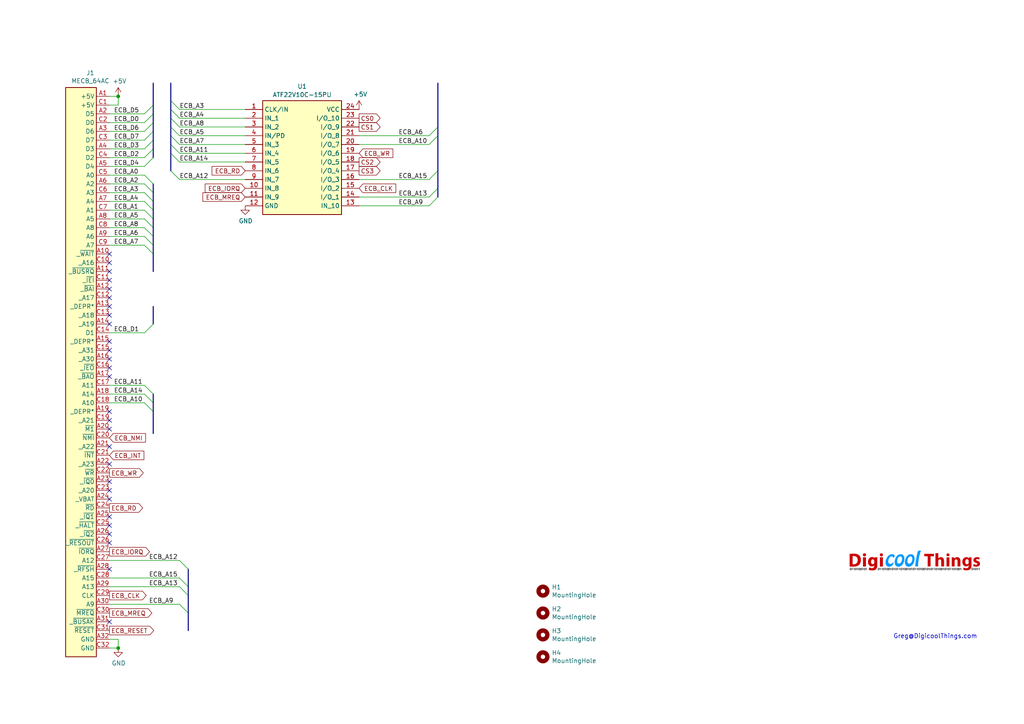
<source format=kicad_sch>
(kicad_sch (version 20250114) (generator "eeschema") (generator_version "9.0")
  (paper "A4")
  (title_block (title "Minimalist Europe Card Bus (MECB) Board Template") (date "2025-05") (rev "1.0") (company "DigicoolThings.com") (comment 1 "For Minimalist Europe Card Bus (MECB). ") (comment 2 "U1 PLD positioning provides for ZIF socket space, with Narrow DIP24 ZIF friendly footprint.") (comment 3 "Includes a standardised 4 chip-select output ATF22V10 PLD Address Decoder. ") (comment 4 "Schematic & standardised PCB outline Templates for creating MECB boards."))
  (lib_symbols
    (symbol "Mechanical:MountingHole" (pin_names (offset 1.016))
      (property "Reference" "H" (at 0 5.08 0))
      (property "Value" "MountingHole" (at 0 3.175 0))
      (symbol "MountingHole_0_1"
        (circle (center 0 0) (radius 1.27) (stroke (width 1.27)))
      )
    )
    (symbol "MyCustomSymbolLibrary:MECB_64AC"
      (property "Reference" "J" (at 0 85.09 0))
      (property "Value" "MECB_64AC" (at 6.35 1.27 90))
      (symbol "MECB_64AC_0_1"
        (rectangle (start -3.81 -81.28) (end 5.08 83.82) (stroke (width 0.254)) (fill (type background)))
      )
      (symbol "MECB_64AC_1_1"
        (pin power_out line (at -7.62 81.28 0) (length 3.81) (name "+5V") (number "A1"))
        (pin power_out line (at -7.62 78.74 0) (length 3.81) (name "+5V") (number "C1"))
        (pin bidirectional line (at -7.62 76.2 0) (length 3.81) (name "D5") (number "A2"))
        (pin bidirectional line (at -7.62 73.66 0) (length 3.81) (name "D0") (number "C2"))
        (pin bidirectional line (at -7.62 71.12 0) (length 3.81) (name "D6") (number "A3"))
        (pin bidirectional line (at -7.62 68.58 0) (length 3.81) (name "D7") (number "C3"))
        (pin bidirectional line (at -7.62 66.04 0) (length 3.81) (name "D3") (number "A4"))
        (pin bidirectional line (at -7.62 63.5 0) (length 3.81) (name "D2") (number "C4"))
        (pin bidirectional line (at -7.62 60.96 0) (length 3.81) (name "D4") (number "A5"))
        (pin passive line (at -7.62 58.42 0) (length 3.81) (name "A0") (number "C5"))
        (pin passive line (at -7.62 55.88 0) (length 3.81) (name "A2") (number "A6"))
        (pin passive line (at -7.62 53.34 0) (length 3.81) (name "A3") (number "C6"))
        (pin passive line (at -7.62 50.8 0) (length 3.81) (name "A4") (number "A7"))
        (pin passive line (at -7.62 48.26 0) (length 3.81) (name "A1") (number "C7"))
        (pin passive line (at -7.62 45.72 0) (length 3.81) (name "A5") (number "A8"))
        (pin passive line (at -7.62 43.18 0) (length 3.81) (name "A8") (number "C8"))
        (pin passive line (at -7.62 40.64 0) (length 3.81) (name "A6") (number "A9"))
        (pin passive line (at -7.62 38.1 0) (length 3.81) (name "A7") (number "C9"))
        (pin passive line (at -7.62 35.56 0) (length 3.81) (name "_~{WAIT}") (number "A10"))
        (pin passive line (at -7.62 33.02 0) (length 3.81) (name "_A16") (number "C10"))
        (pin passive line (at -7.62 30.48 0) (length 3.81) (name "_~{BUSRQ}") (number "A11"))
        (pin passive line (at -7.62 27.94 0) (length 3.81) (name "_~{IEI}") (number "C11"))
        (pin passive line (at -7.62 25.4 0) (length 3.81) (name "_~{BAI}") (number "A12"))
        (pin passive line (at -7.62 22.86 0) (length 3.81) (name "_A17") (number "C12"))
        (pin passive line (at -7.62 20.32 0) (length 3.81) (name "_DEPR*") (number "A13"))
        (pin passive line (at -7.62 17.78 0) (length 3.81) (name "_A18") (number "C13"))
        (pin passive line (at -7.62 15.24 0) (length 3.81) (name "_A19") (number "A14"))
        (pin bidirectional line (at -7.62 12.7 0) (length 3.81) (name "D1") (number "C14"))
        (pin passive line (at -7.62 10.16 0) (length 3.81) (name "_DEPR*") (number "A15"))
        (pin passive line (at -7.62 7.62 0) (length 3.81) (name "_A31") (number "C15"))
        (pin passive line (at -7.62 5.08 0) (length 3.81) (name "_A30") (number "A16"))
        (pin passive line (at -7.62 2.54 0) (length 3.81) (name "_~{IEO}") (number "C16"))
        (pin passive line (at -7.62 0 0) (length 3.81) (name "_~{BAO}") (number "A17"))
        (pin passive line (at -7.62 -2.54 0) (length 3.81) (name "A11") (number "C17"))
        (pin passive line (at -7.62 -5.08 0) (length 3.81) (name "A14") (number "A18"))
        (pin passive line (at -7.62 -7.62 0) (length 3.81) (name "A10") (number "C18"))
        (pin passive line (at -7.62 -10.16 0) (length 3.81) (name "_DEPR*") (number "A19"))
        (pin passive line (at -7.62 -12.7 0) (length 3.81) (name "_A21") (number "C19"))
        (pin passive line (at -7.62 -15.24 0) (length 3.81) (name "~{M1}") (number "A20"))
        (pin passive line (at -7.62 -17.78 0) (length 3.81) (name "~{NMI}") (number "C20"))
        (pin passive line (at -7.62 -20.32 0) (length 3.81) (name "_A22") (number "A21"))
        (pin passive line (at -7.62 -22.86 0) (length 3.81) (name "~{INT}") (number "C21"))
        (pin passive line (at -7.62 -25.4 0) (length 3.81) (name "_A23") (number "A22"))
        (pin passive line (at -7.62 -27.94 0) (length 3.81) (name "~{WR}") (number "C22"))
        (pin passive line (at -7.62 -30.48 0) (length 3.81) (name "_~{IQ0}") (number "A23"))
        (pin passive line (at -7.62 -33.02 0) (length 3.81) (name "_A20") (number "C23"))
        (pin passive line (at -7.62 -35.56 0) (length 3.81) (name "_VBAT") (number "A24"))
        (pin passive line (at -7.62 -38.1 0) (length 3.81) (name "~{RD}") (number "C24"))
        (pin passive line (at -7.62 -40.64 0) (length 3.81) (name "_~{IQ1}") (number "A25"))
        (pin passive line (at -7.62 -43.18 0) (length 3.81) (name "_~{HALT}") (number "C25"))
        (pin passive line (at -7.62 -45.72 0) (length 3.81) (name "_~{IQ2}") (number "A26"))
        (pin passive line (at -7.62 -48.26 0) (length 3.81) (name "_~{RESOUT}") (number "C26"))
        (pin passive line (at -7.62 -50.8 0) (length 3.81) (name "~{IORQ}") (number "A27"))
        (pin passive line (at -7.62 -53.34 0) (length 3.81) (name "A12") (number "C27"))
        (pin passive line (at -7.62 -55.88 0) (length 3.81) (name "_~{RFSH}") (number "A28"))
        (pin passive line (at -7.62 -58.42 0) (length 3.81) (name "A15") (number "C28"))
        (pin passive line (at -7.62 -60.96 0) (length 3.81) (name "A13") (number "A29"))
        (pin passive line (at -7.62 -63.5 0) (length 3.81) (name "CLK") (number "C29"))
        (pin passive line (at -7.62 -66.04 0) (length 3.81) (name "A9") (number "A30"))
        (pin passive line (at -7.62 -68.58 0) (length 3.81) (name "~{MREQ}") (number "C30"))
        (pin passive line (at -7.62 -71.12 0) (length 3.81) (name "_~{BUSAK}") (number "A31"))
        (pin passive line (at -7.62 -73.66 0) (length 3.81) (name "~{RESET}") (number "C31"))
        (pin power_out line (at -7.62 -76.2 0) (length 3.81) (name "GND") (number "A32"))
        (pin power_out line (at -7.62 -78.74 0) (length 3.81) (name "GND") (number "C32"))
      )
    )
    (symbol "SamacSys_Parts:ATF22V10C-15PU"
      (property "Reference" "IC" (at 29.21 7.62 0))
      (property "Value" "ATF22V10C-15PU" (at 29.21 5.08 0))
      (symbol "ATF22V10C-15PU_1_1"
        (rectangle (start 5.08 2.54) (end 27.94 -30.48) (stroke (width 0.254)) (fill (type background)))
        (pin passive line (at 0 0 0) (length 5.08) (name "CLK/IN") (number "1"))
        (pin passive line (at 0 -2.54 0) (length 5.08) (name "IN_1") (number "2"))
        (pin passive line (at 0 -5.08 0) (length 5.08) (name "IN_2") (number "3"))
        (pin passive line (at 0 -7.62 0) (length 5.08) (name "IN/PD") (number "4"))
        (pin passive line (at 0 -10.16 0) (length 5.08) (name "IN_3") (number "5"))
        (pin passive line (at 0 -12.7 0) (length 5.08) (name "IN_4") (number "6"))
        (pin passive line (at 0 -15.24 0) (length 5.08) (name "IN_5") (number "7"))
        (pin passive line (at 0 -17.78 0) (length 5.08) (name "IN_6") (number "8"))
        (pin passive line (at 0 -20.32 0) (length 5.08) (name "IN_7") (number "9"))
        (pin passive line (at 0 -22.86 0) (length 5.08) (name "IN_8") (number "10"))
        (pin passive line (at 0 -25.4 0) (length 5.08) (name "IN_9") (number "11"))
        (pin passive line (at 0 -27.94 0) (length 5.08) (name "GND") (number "12"))
        (pin passive line (at 33.02 0 180) (length 5.08) (name "VCC") (number "24"))
        (pin passive line (at 33.02 -2.54 180) (length 5.08) (name "I/O_10") (number "23"))
        (pin passive line (at 33.02 -5.08 180) (length 5.08) (name "I/O_9") (number "22"))
        (pin passive line (at 33.02 -7.62 180) (length 5.08) (name "I/O_8") (number "21"))
        (pin passive line (at 33.02 -10.16 180) (length 5.08) (name "I/O_7") (number "20"))
        (pin passive line (at 33.02 -12.7 180) (length 5.08) (name "I/O_6") (number "19"))
        (pin passive line (at 33.02 -15.24 180) (length 5.08) (name "I/O_5") (number "18"))
        (pin passive line (at 33.02 -17.78 180) (length 5.08) (name "I/O_4") (number "17"))
        (pin passive line (at 33.02 -20.32 180) (length 5.08) (name "I/O_3") (number "16"))
        (pin passive line (at 33.02 -22.86 180) (length 5.08) (name "I/O_2") (number "15"))
        (pin passive line (at 33.02 -25.4 180) (length 5.08) (name "I/O_1") (number "14"))
        (pin passive line (at 33.02 -27.94 180) (length 5.08) (name "IN_10") (number "13"))
      )
    )
    (symbol "power:+5V" (power) (pin_names (offset 0))
      (property "Value" "+5V" (at 0 3.556 0))
      (symbol "+5V_0_1"
        (polyline (pts (xy -0.762 1.27) (xy 0 2.54)))
        (polyline (pts (xy 0 2.54) (xy 0.762 1.27)))
        (polyline (pts (xy 0 0) (xy 0 2.54)))
      )
      (symbol "+5V_1_1"
        (pin power_in line (at 0 0 90) (length 0) (hide yes) (name "+5V") (number "1"))
      )
    )
    (symbol "power:GND" (power) (pin_names (offset 0))
      (property "Value" "GND" (at 0 -3.81 0))
      (symbol "GND_0_1"
        (polyline (pts (xy 0 0) (xy 0 -1.27) (xy 1.27 -1.27) (xy 0 -2.54) (xy -1.27 -1.27) (xy 0 -1.27)))
      )
      (symbol "GND_1_1"
        (pin power_in line (at 0 0 270) (length 0) (hide yes) (name "GND") (number "1"))
      )
    )
  )
  (text "Greg@DigicoolThings.com" (at 259.08 185.42 0) (effects (font (size 1.27 1.27)) (justify left bottom)))
  (junction (at 34.29 187.96))
  (junction (at 34.29 27.94))
  (no_connect (at 31.75 93.98))
  (no_connect (at 31.75 78.74))
  (no_connect (at 31.75 88.9))
  (no_connect (at 31.75 165.1))
  (no_connect (at 31.75 180.34))
  (no_connect (at 31.75 73.66))
  (no_connect (at 31.75 86.36))
  (no_connect (at 31.75 139.7))
  (no_connect (at 31.75 124.46))
  (no_connect (at 31.75 83.82))
  (no_connect (at 31.75 134.62))
  (no_connect (at 31.75 152.4))
  (no_connect (at 31.75 76.2))
  (no_connect (at 31.75 109.22))
  (no_connect (at 31.75 101.6))
  (no_connect (at 31.75 121.92))
  (no_connect (at 31.75 154.94))
  (no_connect (at 31.75 149.86))
  (no_connect (at 31.75 104.14))
  (no_connect (at 31.75 157.48))
  (no_connect (at 31.75 91.44))
  (no_connect (at 31.75 106.68))
  (no_connect (at 31.75 119.38))
  (no_connect (at 31.75 144.78))
  (no_connect (at 31.75 142.24))
  (no_connect (at 31.75 99.06))
  (no_connect (at 31.75 81.28))
  (no_connect (at 31.75 129.54))
  (bus_entry (at 49.53 31.75) (size 2.54 2.54))
  (bus_entry (at 44.45 53.34) (size -2.54 -2.54))
  (bus_entry (at 124.46 59.69) (size 2.54 -2.54))
  (bus_entry (at 124.46 52.07) (size 2.54 -2.54))
  (bus_entry (at 49.53 44.45) (size 2.54 2.54))
  (bus_entry (at 52.07 175.26) (size 2.54 2.54))
  (bus_entry (at 52.07 170.18) (size 2.54 2.54))
  (bus_entry (at 52.07 162.56) (size 2.54 2.54))
  (bus_entry (at 41.91 43.18) (size 2.54 -2.54))
  (bus_entry (at 41.91 38.1) (size 2.54 -2.54))
  (bus_entry (at 124.46 41.91) (size 2.54 -2.54))
  (bus_entry (at 44.45 55.88) (size -2.54 -2.54))
  (bus_entry (at 44.45 63.5) (size -2.54 -2.54))
  (bus_entry (at 52.07 167.64) (size 2.54 2.54))
  (bus_entry (at 44.45 68.58) (size -2.54 -2.54))
  (bus_entry (at 41.91 48.26) (size 2.54 -2.54))
  (bus_entry (at 41.91 33.02) (size 2.54 -2.54))
  (bus_entry (at 49.53 36.83) (size 2.54 2.54))
  (bus_entry (at 41.91 116.84) (size 2.54 2.54))
  (bus_entry (at 49.53 34.29) (size 2.54 2.54))
  (bus_entry (at 41.91 111.76) (size 2.54 2.54))
  (bus_entry (at 41.91 96.52) (size 2.54 -2.54))
  (bus_entry (at 49.53 41.91) (size 2.54 2.54))
  (bus_entry (at 44.45 73.66) (size -2.54 -2.54))
  (bus_entry (at 41.91 45.72) (size 2.54 -2.54))
  (bus_entry (at 44.45 66.04) (size -2.54 -2.54))
  (bus_entry (at 41.91 35.56) (size 2.54 -2.54))
  (bus_entry (at 41.91 114.3) (size 2.54 2.54))
  (bus_entry (at 44.45 71.12) (size -2.54 -2.54))
  (bus_entry (at 124.46 39.37) (size 2.54 -2.54))
  (bus_entry (at 41.91 40.64) (size 2.54 -2.54))
  (bus_entry (at 49.53 39.37) (size 2.54 2.54))
  (bus_entry (at 44.45 58.42) (size -2.54 -2.54))
  (bus_entry (at 49.53 29.21) (size 2.54 2.54))
  (bus_entry (at 49.53 49.53) (size 2.54 2.54))
  (bus_entry (at 44.45 60.96) (size -2.54 -2.54))
  (bus_entry (at 124.46 57.15) (size 2.54 -2.54))
  (wire (pts (xy 31.75 40.64) (xy 41.91 40.64)))
  (bus (pts (xy 44.45 24.13) (xy 44.45 30.48)))
  (wire (pts (xy 31.75 63.5) (xy 41.91 63.5)))
  (bus (pts (xy 49.53 31.75) (xy 49.53 34.29)))
  (bus (pts (xy 54.61 170.18) (xy 54.61 172.72)))
  (bus (pts (xy 127 49.53) (xy 127 54.61)))
  (bus (pts (xy 44.45 66.04) (xy 44.45 68.58)))
  (wire (pts (xy 31.75 71.12) (xy 41.91 71.12)))
  (bus (pts (xy 44.45 53.34) (xy 44.45 55.88)))
  (wire (pts (xy 31.75 185.42) (xy 34.29 185.42)))
  (wire (pts (xy 31.75 116.84) (xy 41.91 116.84)))
  (wire (pts (xy 31.75 53.34) (xy 41.91 53.34)))
  (wire (pts (xy 52.07 52.07) (xy 71.12 52.07)))
  (wire (pts (xy 31.75 45.72) (xy 41.91 45.72)))
  (wire (pts (xy 52.07 34.29) (xy 71.12 34.29)))
  (wire (pts (xy 31.75 38.1) (xy 41.91 38.1)))
  (wire (pts (xy 31.75 162.56) (xy 52.07 162.56)))
  (wire (pts (xy 31.75 48.26) (xy 41.91 48.26)))
  (wire (pts (xy 31.75 50.8) (xy 41.91 50.8)))
  (bus (pts (xy 44.45 88.9) (xy 44.45 93.98)))
  (wire (pts (xy 104.14 39.37) (xy 124.46 39.37)))
  (bus (pts (xy 44.45 43.18) (xy 44.45 45.72)))
  (bus (pts (xy 49.53 29.21) (xy 49.53 31.75)))
  (wire (pts (xy 104.14 57.15) (xy 124.46 57.15)))
  (wire (pts (xy 31.75 33.02) (xy 41.91 33.02)))
  (wire (pts (xy 31.75 43.18) (xy 41.91 43.18)))
  (wire (pts (xy 31.75 60.96) (xy 41.91 60.96)))
  (wire (pts (xy 31.75 58.42) (xy 41.91 58.42)))
  (bus (pts (xy 54.61 172.72) (xy 54.61 177.8)))
  (wire (pts (xy 31.75 167.64) (xy 52.07 167.64)))
  (bus (pts (xy 44.45 55.88) (xy 44.45 58.42)))
  (wire (pts (xy 104.14 59.69) (xy 124.46 59.69)))
  (bus (pts (xy 44.45 68.58) (xy 44.45 71.12)))
  (wire (pts (xy 31.75 55.88) (xy 41.91 55.88)))
  (wire (pts (xy 31.75 111.76) (xy 41.91 111.76)))
  (wire (pts (xy 104.14 41.91) (xy 124.46 41.91)))
  (wire (pts (xy 31.75 114.3) (xy 41.91 114.3)))
  (wire (pts (xy 31.75 68.58) (xy 41.91 68.58)))
  (bus (pts (xy 44.45 71.12) (xy 44.45 73.66)))
  (bus (pts (xy 127 36.83) (xy 127 39.37)))
  (bus (pts (xy 44.45 116.84) (xy 44.45 119.38)))
  (wire (pts (xy 31.75 35.56) (xy 41.91 35.56)))
  (bus (pts (xy 54.61 165.1) (xy 54.61 170.18)))
  (wire (pts (xy 52.07 39.37) (xy 71.12 39.37)))
  (bus (pts (xy 127 39.37) (xy 127 49.53)))
  (bus (pts (xy 127 24.13) (xy 127 36.83)))
  (wire (pts (xy 31.75 96.52) (xy 41.91 96.52)))
  (wire (pts (xy 52.07 44.45) (xy 71.12 44.45)))
  (bus (pts (xy 54.61 177.8) (xy 54.61 182.88)))
  (bus (pts (xy 44.45 38.1) (xy 44.45 40.64)))
  (bus (pts (xy 44.45 40.64) (xy 44.45 43.18)))
  (bus (pts (xy 49.53 39.37) (xy 49.53 41.91)))
  (wire (pts (xy 34.29 30.48) (xy 34.29 27.94)))
  (wire (pts (xy 31.75 30.48) (xy 34.29 30.48)))
  (bus (pts (xy 127 54.61) (xy 127 57.15)))
  (wire (pts (xy 31.75 170.18) (xy 52.07 170.18)))
  (wire (pts (xy 104.14 52.07) (xy 124.46 52.07)))
  (wire (pts (xy 52.07 41.91) (xy 71.12 41.91)))
  (bus (pts (xy 44.45 119.38) (xy 44.45 125.73)))
  (wire (pts (xy 34.29 185.42) (xy 34.29 187.96)))
  (bus (pts (xy 49.53 41.91) (xy 49.53 44.45)))
  (wire (pts (xy 52.07 36.83) (xy 71.12 36.83)))
  (wire (pts (xy 31.75 187.96) (xy 34.29 187.96)))
  (bus (pts (xy 44.45 73.66) (xy 44.45 78.74)))
  (bus (pts (xy 44.45 33.02) (xy 44.45 35.56)))
  (bus (pts (xy 49.53 24.13) (xy 49.53 29.21)))
  (bus (pts (xy 49.53 34.29) (xy 49.53 36.83)))
  (bus (pts (xy 44.45 58.42) (xy 44.45 60.96)))
  (wire (pts (xy 52.07 46.99) (xy 71.12 46.99)))
  (bus (pts (xy 49.53 44.45) (xy 49.53 49.53)))
  (bus (pts (xy 44.45 114.3) (xy 44.45 116.84)))
  (bus (pts (xy 44.45 63.5) (xy 44.45 66.04)))
  (bus (pts (xy 44.45 35.56) (xy 44.45 38.1)))
  (wire (pts (xy 31.75 66.04) (xy 41.91 66.04)))
  (wire (pts (xy 52.07 31.75) (xy 71.12 31.75)))
  (bus (pts (xy 44.45 60.96) (xy 44.45 63.5)))
  (wire (pts (xy 31.75 175.26) (xy 52.07 175.26)))
  (wire (pts (xy 31.75 27.94) (xy 34.29 27.94)))
  (bus (pts (xy 49.53 36.83) (xy 49.53 39.37)))
  (bus (pts (xy 44.45 30.48) (xy 44.45 33.02)))
  (image (at 265.43 162.56) (scale 0.236667))
  (label "ECB_A15" (at 43.18 167.64 0))
  (label "ECB_A5" (at 52.07 39.37 0))
  (label "ECB_A4" (at 52.07 34.29 0))
  (label "ECB_D3" (at 33.02 43.18 0))
  (label "ECB_A12" (at 43.18 162.56 0))
  (label "ECB_D0" (at 33.02 35.56 0))
  (label "ECB_A0" (at 33.02 50.8 0))
  (label "ECB_A14" (at 52.07 46.99 0))
  (label "ECB_D7" (at 33.02 40.64 0))
  (label "ECB_D6" (at 33.02 38.1 0))
  (label "ECB_A6" (at 33.02 68.58 0))
  (label "ECB_D5" (at 33.02 33.02 0))
  (label "ECB_A11" (at 33.02 111.76 0))
  (label "ECB_A15" (at 115.57 52.07 0))
  (label "ECB_A4" (at 33.02 58.42 0))
  (label "ECB_A3" (at 33.02 55.88 0))
  (label "ECB_A2" (at 33.02 53.34 0))
  (label "ECB_A7" (at 52.07 41.91 0))
  (label "ECB_A10" (at 33.02 116.84 0))
  (label "ECB_A5" (at 33.02 63.5 0))
  (label "ECB_A3" (at 52.07 31.75 0))
  (label "ECB_D4" (at 33.02 48.26 0))
  (label "ECB_A8" (at 33.02 66.04 0))
  (label "ECB_A11" (at 52.07 44.45 0))
  (label "ECB_A12" (at 52.07 52.07 0))
  (label "ECB_A9" (at 115.57 59.69 0))
  (label "ECB_D1" (at 33.02 96.52 0))
  (label "ECB_A6" (at 115.57 39.37 0))
  (label "ECB_A9" (at 43.18 175.26 0))
  (label "ECB_A13" (at 43.18 170.18 0))
  (label "ECB_A8" (at 52.07 36.83 0))
  (label "ECB_A7" (at 33.02 71.12 0))
  (label "ECB_D2" (at 33.02 45.72 0))
  (label "ECB_A13" (at 115.57 57.15 0))
  (label "ECB_A14" (at 33.02 114.3 0))
  (label "ECB_A1" (at 33.02 60.96 0))
  (label "ECB_A10" (at 115.57 41.91 0))
  (global_label "ECB_RESET" (shape output) (at 31.75 182.88 0) (property "Intersheetrefs" "${INTERSHEET_REFS}" (effects (hide yes))))
  (global_label "ECB_IORQ" (shape input) (at 71.12 54.61 180) (property "Intersheetrefs" "${INTERSHEET_REFS}" (effects (hide yes))))
  (global_label "ECB_MREQ" (shape output) (at 31.75 177.8 0) (property "Intersheetrefs" "${INTERSHEET_REFS}" (effects (hide yes))))
  (global_label "ECB_CLK" (shape output) (at 31.75 172.72 0) (property "Intersheetrefs" "${INTERSHEET_REFS}" (effects (hide yes))))
  (global_label "ECB_INT" (shape input) (at 31.75 132.08 0) (property "Intersheetrefs" "${INTERSHEET_REFS}" (effects (hide yes))))
  (global_label "ECB_IORQ" (shape output) (at 31.75 160.02 0) (property "Intersheetrefs" "${INTERSHEET_REFS}" (effects (hide yes))))
  (global_label "ECB_CLK" (shape input) (at 104.14 54.61 0) (property "Intersheetrefs" "${INTERSHEET_REFS}" (effects (hide yes))))
  (global_label "CS2" (shape output) (at 104.14 46.99 0) (property "Intersheetrefs" "${INTERSHEET_REFS}" (effects (hide yes))))
  (global_label "CS1" (shape output) (at 104.14 36.83 0) (property "Intersheetrefs" "${INTERSHEET_REFS}" (effects (hide yes))))
  (global_label "ECB_MREQ" (shape input) (at 71.12 57.15 180) (property "Intersheetrefs" "${INTERSHEET_REFS}" (effects (hide yes))))
  (global_label "ECB_WR" (shape input) (at 104.14 44.45 0) (property "Intersheetrefs" "${INTERSHEET_REFS}" (effects (hide yes))))
  (global_label "ECB_RD" (shape input) (at 71.12 49.53 180) (property "Intersheetrefs" "${INTERSHEET_REFS}" (effects (hide yes))))
  (global_label "ECB_WR" (shape output) (at 31.75 137.16 0) (property "Intersheetrefs" "${INTERSHEET_REFS}" (effects (hide yes))))
  (global_label "CS3" (shape output) (at 104.14 49.53 0) (property "Intersheetrefs" "${INTERSHEET_REFS}" (effects (hide yes))))
  (global_label "ECB_NMI" (shape input) (at 31.75 127 0) (property "Intersheetrefs" "${INTERSHEET_REFS}" (effects (hide yes))))
  (global_label "ECB_RD" (shape output) (at 31.75 147.32 0) (property "Intersheetrefs" "${INTERSHEET_REFS}" (effects (hide yes))))
  (global_label "CS0" (shape output) (at 104.14 34.29 0) (property "Intersheetrefs" "${INTERSHEET_REFS}" (effects (hide yes))))
  (symbol (lib_id "Mechanical:MountingHole") (at 157.48 184.15 0) (unit 1)
    (property "Reference" "H3" (at 160.02 182.9816 0) (effects (justify left)))
    (property "Value" "MountingHole" (at 160.02 185.293 0) (effects (justify left)))
    (property "Footprint" "MountingHole:MountingHole_3.2mm_M3" (effects (hide yes)))
  )
  (symbol (lib_id "Mechanical:MountingHole") (at 157.48 190.5 0) (unit 1)
    (property "Reference" "H4" (at 160.02 189.3316 0) (effects (justify left)))
    (property "Value" "MountingHole" (at 160.02 191.643 0) (effects (justify left)))
    (property "Footprint" "MountingHole:MountingHole_3.2mm_M3" (effects (hide yes)))
  )
  (symbol (lib_id "Mechanical:MountingHole") (at 157.48 171.45 0) (unit 1)
    (property "Reference" "H1" (at 160.02 170.2816 0) (effects (justify left)))
    (property "Value" "MountingHole" (at 160.02 172.593 0) (effects (justify left)))
    (property "Footprint" "MountingHole:MountingHole_3.2mm_M3" (effects (hide yes)))
  )
  (symbol (lib_id "Mechanical:MountingHole") (at 157.48 177.8 0) (unit 1)
    (property "Reference" "H2" (at 160.02 176.6316 0) (effects (justify left)))
    (property "Value" "MountingHole" (at 160.02 178.943 0) (effects (justify left)))
    (property "Footprint" "MountingHole:MountingHole_3.2mm_M3" (effects (hide yes)))
  )
  (symbol (lib_id "power:GND") (at 71.12 59.69 0) (unit 1)
    (property "Reference" "#PWR07" (effects (hide yes)))
    (property "Value" "GND" (at 71.247 64.0842 0))
  )
  (symbol (lib_id "MyCustomSymbolLibrary:MECB_64AC") (at 24.13 109.22 0) (mirror y) (unit 1)
    (property "Reference" "J1" (at 26.2128 21.1582 0))
    (property "Value" "MECB_64AC" (at 26.2128 23.4696 0))
    (property "Footprint" "MyCustomFootprintLibrary:DIN41612_C_2x32_C64AC_Male_Horizontal_THT" (effects (hide yes)))
    (property "Datasheet" " ~" (effects (hide yes)))
  )
  (symbol (lib_id "power:+5V") (at 104.14 31.75 0) (unit 1)
    (property "Reference" "#PWR08" (effects (hide yes)))
    (property "Value" "+5V" (at 104.521 27.3558 0))
  )
  (symbol (lib_id "power:+5V") (at 34.29 27.94 0) (unit 1)
    (property "Reference" "#PWR01" (effects (hide yes)))
    (property "Value" "+5V" (at 34.671 23.5458 0))
  )
  (symbol (lib_id "power:GND") (at 34.29 187.96 0) (unit 1)
    (property "Reference" "#PWR02" (effects (hide yes)))
    (property "Value" "GND" (at 34.417 192.3542 0))
  )
  (symbol (lib_id "SamacSys_Parts:ATF22V10C-15PU") (at 71.12 31.75 0) (unit 1)
    (property "Reference" "U1" (at 87.63 25.0655 0))
    (property "Value" "ATF22V10C-15PU" (at 87.63 27.4898 0))
    (property "Footprint" "MyCustomFootprintLibrary:DIP-24_W7.62mm_Socket_LongPads_ZIF_Friendly" (effects (hide yes)))
    (property "Datasheet" "http://ww1.microchip.com/downloads/en/DeviceDoc/doc0735.pdf" (effects (hide yes)))
    (property "Description" "Microchip ATF22V10C-15PU, SPLD Simple Programmable Logic Device" (effects (hide yes)))
    (property "Height" "5.334" (effects (hide yes)))
    (property "Mouser Part Number" "556-AF22V10C15PU" (effects (hide yes)))
    (property "Mouser Price/Stock" "https://www.mouser.co.uk/ProductDetail/Microchip-Technology/ATF22V10C-15PU?qs=2mdvTlUeTfCr46ZvfjTtAg%3D%3D" (effects (hide yes)))
    (property "Manufacturer_Name" "Microchip" (effects (hide yes)))
    (property "Manufacturer_Part_Number" "ATF22V10C-15PU" (effects (hide yes)))
  )
)
</source>
